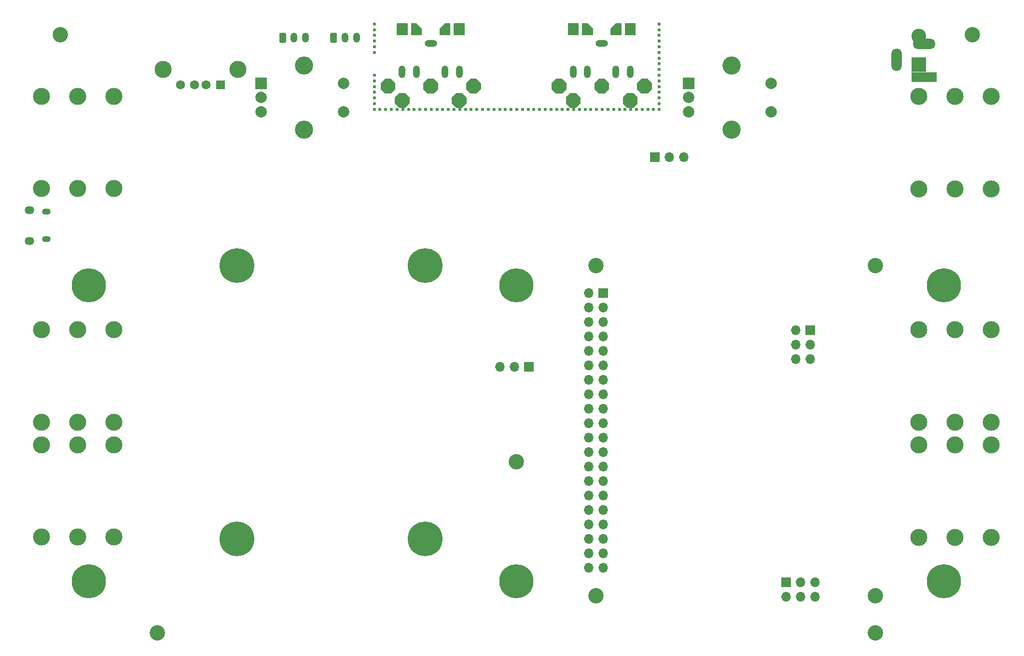
<source format=gbs>
G04 #@! TF.GenerationSoftware,KiCad,Pcbnew,8.0.4+1*
G04 #@! TF.CreationDate,2024-10-16T16:42:30+00:00*
G04 #@! TF.ProjectId,pedalboard-hw,70656461-6c62-46f6-9172-642d68772e6b,4.0.0*
G04 #@! TF.SameCoordinates,Original*
G04 #@! TF.FileFunction,Soldermask,Bot*
G04 #@! TF.FilePolarity,Negative*
%FSLAX46Y46*%
G04 Gerber Fmt 4.6, Leading zero omitted, Abs format (unit mm)*
G04 Created by KiCad (PCBNEW 8.0.4+1) date 2024-10-16 16:42:30*
%MOMM*%
%LPD*%
G01*
G04 APERTURE LIST*
%ADD10C,2.700000*%
%ADD11O,1.200000X2.200000*%
%ADD12O,2.200000X1.200000*%
%ADD13C,3.000000*%
%ADD14R,4.400000X1.800000*%
%ADD15O,4.000000X1.800000*%
%ADD16O,1.800000X4.000000*%
%ADD17R,2.600000X2.600000*%
%ADD18C,2.600000*%
%ADD19R,1.700000X1.700000*%
%ADD20O,1.700000X1.700000*%
%ADD21C,0.600000*%
%ADD22R,2.000000X2.000000*%
%ADD23C,2.000000*%
%ADD24C,3.200000*%
%ADD25O,1.700000X1.350000*%
%ADD26O,1.500000X1.100000*%
%ADD27R,1.600000X1.500000*%
%ADD28C,1.600000*%
%ADD29C,6.100000*%
%ADD30C,6.000000*%
%ADD31O,1.200000X1.750000*%
G04 APERTURE END LIST*
D10*
X149994385Y9494385D03*
D11*
X106994385Y101494385D03*
X104494385Y101494385D03*
D12*
X101994385Y106494385D03*
D11*
X96994385Y101494385D03*
X99494385Y101494385D03*
D13*
X10044385Y80994385D03*
X10044385Y97224385D03*
X3694385Y80994385D03*
X3694385Y97224385D03*
X16394385Y80994385D03*
X16394385Y97224385D03*
X10044385Y19794385D03*
X10044385Y36024385D03*
X3694385Y19794385D03*
X3694385Y36024385D03*
X16394385Y19794385D03*
X16394385Y36024385D03*
D14*
X158531585Y100605785D03*
D15*
X158531585Y106405785D03*
D16*
X153731585Y103605785D03*
D17*
X157631585Y102795785D03*
D18*
X157631585Y107795785D03*
D13*
X10044385Y39994385D03*
X10044385Y56224385D03*
X3694385Y39994385D03*
X3694385Y56224385D03*
X16394385Y39994385D03*
X16394385Y56224385D03*
X163944385Y35999385D03*
X163944385Y19769385D03*
X170294385Y35999385D03*
X170294385Y19769385D03*
X157594385Y35999385D03*
X157594385Y19769385D03*
D19*
X111309385Y86544385D03*
D20*
X113849385Y86544385D03*
X116389385Y86544385D03*
D10*
X100974385Y9474385D03*
D21*
X62094385Y109919385D03*
X62094385Y108919385D03*
X62094385Y107919385D03*
X62094385Y106919385D03*
X62094385Y105919385D03*
X62094385Y104919385D03*
X62094385Y100919385D03*
X62094385Y99919385D03*
X62094385Y98919385D03*
X62094385Y97919385D03*
X62094385Y96919385D03*
X62094385Y95919385D03*
X62094385Y94919385D03*
X63094385Y94919385D03*
X64094385Y94919385D03*
X65094385Y94919385D03*
X66094385Y94919385D03*
X67094385Y94919385D03*
X68094385Y94919385D03*
X69094385Y94919385D03*
X70094385Y94919385D03*
X71094385Y94919385D03*
X72094385Y94919385D03*
X73094385Y94919385D03*
X74094385Y94919385D03*
X75094385Y94919385D03*
X76094385Y94919385D03*
X77094385Y94919385D03*
X78094385Y94919385D03*
X79094385Y94919385D03*
X80094385Y94919385D03*
X81094385Y94919385D03*
X82094385Y94919385D03*
X83094385Y94919385D03*
X84094385Y94919385D03*
X85094385Y94919385D03*
X86094385Y94919385D03*
X87094385Y94919385D03*
X88094385Y94919385D03*
X89094385Y94919385D03*
X90094385Y94919385D03*
X91094385Y94919385D03*
X92094385Y94919385D03*
X93094385Y94919385D03*
X94094385Y94919385D03*
X95094385Y94919385D03*
X96094385Y94919385D03*
X97094385Y94919385D03*
X98094385Y94919385D03*
X99094385Y94919385D03*
X100094385Y94919385D03*
X101094385Y94919385D03*
X102094385Y94919385D03*
X103094385Y94919385D03*
X104094385Y94919385D03*
X105094385Y94919385D03*
X106094385Y94919385D03*
X107094385Y94919385D03*
X108094385Y94919385D03*
X109094385Y94919385D03*
X110094385Y94919385D03*
X111094385Y94919385D03*
X112094385Y109919385D03*
X112094385Y108919385D03*
X112094385Y107919385D03*
X112094385Y106919385D03*
X112094385Y105919385D03*
X112094385Y104919385D03*
X112094385Y103919385D03*
X112094385Y102919385D03*
X112094385Y101919385D03*
X112094385Y100919385D03*
X112094385Y99919385D03*
X112094385Y98919385D03*
X112094385Y97919385D03*
X112094385Y96919385D03*
X112094385Y95919385D03*
X112094385Y94919385D03*
D10*
X6994385Y107994385D03*
D13*
X163959385Y97194385D03*
X163959385Y80964385D03*
X170309385Y97194385D03*
X170309385Y80964385D03*
X157609385Y97194385D03*
X157609385Y80964385D03*
D10*
X149994385Y67494385D03*
G36*
X93940697Y97708464D02*
G01*
X93208464Y98440697D01*
X93193585Y98476618D01*
X93193585Y99512152D01*
X93208464Y99548073D01*
X93940697Y100280306D01*
X93976618Y100295185D01*
X95012152Y100295185D01*
X95048073Y100280306D01*
X95780306Y99548073D01*
X95795185Y99512152D01*
X95795185Y98476618D01*
X95780306Y98440697D01*
X95048073Y97708464D01*
X95012152Y97693585D01*
X93976618Y97693585D01*
X93940697Y97708464D01*
G37*
G36*
X103280306Y98440697D02*
G01*
X102548073Y97708464D01*
X102512152Y97693585D01*
X101476618Y97693585D01*
X101440697Y97708464D01*
X100708464Y98440697D01*
X100693585Y98476618D01*
X100693585Y99512152D01*
X100708464Y99548073D01*
X101440697Y100280306D01*
X101476618Y100295185D01*
X102512152Y100295185D01*
X102548073Y100280306D01*
X103280306Y99548073D01*
X103295185Y99512152D01*
X103295185Y98476618D01*
X103280306Y98440697D01*
G37*
G36*
X108940697Y97708464D02*
G01*
X108208464Y98440697D01*
X108193585Y98476618D01*
X108193585Y99512152D01*
X108208464Y99548073D01*
X108940697Y100280306D01*
X108976618Y100295185D01*
X110012152Y100295185D01*
X110048073Y100280306D01*
X110780306Y99548073D01*
X110795185Y99512152D01*
X110795185Y98476618D01*
X110780306Y98440697D01*
X110048073Y97708464D01*
X110012152Y97693585D01*
X108976618Y97693585D01*
X108940697Y97708464D01*
G37*
G36*
X96440697Y95208464D02*
G01*
X95708464Y95940697D01*
X95693585Y95976618D01*
X95693585Y97012152D01*
X95708464Y97048073D01*
X96440697Y97780306D01*
X96476618Y97795185D01*
X97512152Y97795185D01*
X97548073Y97780306D01*
X98280306Y97048073D01*
X98295185Y97012152D01*
X98295185Y95976618D01*
X98280306Y95940697D01*
X97548073Y95208464D01*
X97512152Y95193585D01*
X96476618Y95193585D01*
X96440697Y95208464D01*
G37*
G36*
X106440697Y95208464D02*
G01*
X105708464Y95940697D01*
X105693585Y95976618D01*
X105693585Y97012152D01*
X105708464Y97048073D01*
X106440697Y97780306D01*
X106476618Y97795185D01*
X107512152Y97795185D01*
X107548073Y97780306D01*
X108280306Y97048073D01*
X108295185Y97012152D01*
X108295185Y95976618D01*
X108280306Y95940697D01*
X107548073Y95208464D01*
X107512152Y95193585D01*
X106476618Y95193585D01*
X106440697Y95208464D01*
G37*
G36*
X103558464Y107958464D02*
G01*
X103543585Y107994385D01*
X103543585Y109094385D01*
X103558464Y109130306D01*
X104458464Y110030306D01*
X104494385Y110045185D01*
X105394385Y110045185D01*
X105430306Y110030306D01*
X105445185Y109994385D01*
X105445185Y107994385D01*
X105430306Y107958464D01*
X105394385Y107943585D01*
X103594385Y107943585D01*
X103558464Y107958464D01*
G37*
G36*
G01*
X107945185Y109994385D02*
X107945185Y107994385D01*
G75*
G02*
X107894385Y107943585I-50800J0D01*
G01*
X106094385Y107943585D01*
G75*
G02*
X106043585Y107994385I0J50800D01*
G01*
X106043585Y109994385D01*
G75*
G02*
X106094385Y110045185I50800J0D01*
G01*
X107894385Y110045185D01*
G75*
G02*
X107945185Y109994385I0J-50800D01*
G01*
G37*
G36*
G01*
X97945185Y109994385D02*
X97945185Y107994385D01*
G75*
G02*
X97894385Y107943585I-50800J0D01*
G01*
X96094385Y107943585D01*
G75*
G02*
X96043585Y107994385I0J50800D01*
G01*
X96043585Y109994385D01*
G75*
G02*
X96094385Y110045185I50800J0D01*
G01*
X97894385Y110045185D01*
G75*
G02*
X97945185Y109994385I0J-50800D01*
G01*
G37*
G36*
X98558464Y107958464D02*
G01*
X98543585Y107994385D01*
X98543585Y109994385D01*
X98558464Y110030306D01*
X98594385Y110045185D01*
X99494385Y110045185D01*
X99530306Y110030306D01*
X100430306Y109130306D01*
X100445185Y109094385D01*
X100445185Y107994385D01*
X100430306Y107958464D01*
X100394385Y107943585D01*
X98594385Y107943585D01*
X98558464Y107958464D01*
G37*
X100994385Y67494385D03*
D22*
X42244385Y99494385D03*
D23*
X42244385Y94494385D03*
X42244385Y96994385D03*
D24*
X49744385Y102594385D03*
X49744385Y91394385D03*
D23*
X56744385Y94494385D03*
X56744385Y99494385D03*
D10*
X149994385Y2994385D03*
D19*
X89219385Y49694385D03*
D20*
X86679385Y49694385D03*
X84139385Y49694385D03*
D13*
X163944385Y56214385D03*
X163944385Y39984385D03*
X170294385Y56214385D03*
X170294385Y39984385D03*
X157594385Y56214385D03*
X157594385Y39984385D03*
D25*
X1549385Y77249385D03*
D26*
X4549385Y76939385D03*
X4549385Y72099385D03*
D25*
X1549385Y71789385D03*
D27*
X35074385Y99244385D03*
D28*
X32574385Y99244385D03*
X30574385Y99244385D03*
X28074385Y99244385D03*
D13*
X38144385Y101954385D03*
X25004385Y101954385D03*
D29*
X70994385Y19494385D03*
X70994385Y67494385D03*
X37994385Y19494385D03*
X37994385Y67494385D03*
D10*
X23994385Y2994385D03*
X167000000Y108000000D03*
D22*
X117244385Y99494385D03*
D23*
X117244385Y94494385D03*
X117244385Y96994385D03*
D24*
X124744385Y102594385D03*
X124744385Y91394385D03*
D23*
X131744385Y94494385D03*
X131744385Y99494385D03*
D10*
X86994385Y32994385D03*
G36*
X63940697Y97708464D02*
G01*
X63208464Y98440697D01*
X63193585Y98476618D01*
X63193585Y99512152D01*
X63208464Y99548073D01*
X63940697Y100280306D01*
X63976618Y100295185D01*
X65012152Y100295185D01*
X65048073Y100280306D01*
X65780306Y99548073D01*
X65795185Y99512152D01*
X65795185Y98476618D01*
X65780306Y98440697D01*
X65048073Y97708464D01*
X65012152Y97693585D01*
X63976618Y97693585D01*
X63940697Y97708464D01*
G37*
G36*
X73280306Y98440697D02*
G01*
X72548073Y97708464D01*
X72512152Y97693585D01*
X71476618Y97693585D01*
X71440697Y97708464D01*
X70708464Y98440697D01*
X70693585Y98476618D01*
X70693585Y99512152D01*
X70708464Y99548073D01*
X71440697Y100280306D01*
X71476618Y100295185D01*
X72512152Y100295185D01*
X72548073Y100280306D01*
X73280306Y99548073D01*
X73295185Y99512152D01*
X73295185Y98476618D01*
X73280306Y98440697D01*
G37*
G36*
X78940697Y97708464D02*
G01*
X78208464Y98440697D01*
X78193585Y98476618D01*
X78193585Y99512152D01*
X78208464Y99548073D01*
X78940697Y100280306D01*
X78976618Y100295185D01*
X80012152Y100295185D01*
X80048073Y100280306D01*
X80780306Y99548073D01*
X80795185Y99512152D01*
X80795185Y98476618D01*
X80780306Y98440697D01*
X80048073Y97708464D01*
X80012152Y97693585D01*
X78976618Y97693585D01*
X78940697Y97708464D01*
G37*
G36*
X66440697Y95208464D02*
G01*
X65708464Y95940697D01*
X65693585Y95976618D01*
X65693585Y97012152D01*
X65708464Y97048073D01*
X66440697Y97780306D01*
X66476618Y97795185D01*
X67512152Y97795185D01*
X67548073Y97780306D01*
X68280306Y97048073D01*
X68295185Y97012152D01*
X68295185Y95976618D01*
X68280306Y95940697D01*
X67548073Y95208464D01*
X67512152Y95193585D01*
X66476618Y95193585D01*
X66440697Y95208464D01*
G37*
G36*
X76440697Y95208464D02*
G01*
X75708464Y95940697D01*
X75693585Y95976618D01*
X75693585Y97012152D01*
X75708464Y97048073D01*
X76440697Y97780306D01*
X76476618Y97795185D01*
X77512152Y97795185D01*
X77548073Y97780306D01*
X78280306Y97048073D01*
X78295185Y97012152D01*
X78295185Y95976618D01*
X78280306Y95940697D01*
X77548073Y95208464D01*
X77512152Y95193585D01*
X76476618Y95193585D01*
X76440697Y95208464D01*
G37*
G36*
X73558464Y107958464D02*
G01*
X73543585Y107994385D01*
X73543585Y109094385D01*
X73558464Y109130306D01*
X74458464Y110030306D01*
X74494385Y110045185D01*
X75394385Y110045185D01*
X75430306Y110030306D01*
X75445185Y109994385D01*
X75445185Y107994385D01*
X75430306Y107958464D01*
X75394385Y107943585D01*
X73594385Y107943585D01*
X73558464Y107958464D01*
G37*
G36*
G01*
X77945185Y109994385D02*
X77945185Y107994385D01*
G75*
G02*
X77894385Y107943585I-50800J0D01*
G01*
X76094385Y107943585D01*
G75*
G02*
X76043585Y107994385I0J50800D01*
G01*
X76043585Y109994385D01*
G75*
G02*
X76094385Y110045185I50800J0D01*
G01*
X77894385Y110045185D01*
G75*
G02*
X77945185Y109994385I0J-50800D01*
G01*
G37*
G36*
G01*
X67945185Y109994385D02*
X67945185Y107994385D01*
G75*
G02*
X67894385Y107943585I-50800J0D01*
G01*
X66094385Y107943585D01*
G75*
G02*
X66043585Y107994385I0J50800D01*
G01*
X66043585Y109994385D01*
G75*
G02*
X66094385Y110045185I50800J0D01*
G01*
X67894385Y110045185D01*
G75*
G02*
X67945185Y109994385I0J-50800D01*
G01*
G37*
G36*
X68558464Y107958464D02*
G01*
X68543585Y107994385D01*
X68543585Y109994385D01*
X68558464Y110030306D01*
X68594385Y110045185D01*
X69494385Y110045185D01*
X69530306Y110030306D01*
X70430306Y109130306D01*
X70445185Y109094385D01*
X70445185Y107994385D01*
X70430306Y107958464D01*
X70394385Y107943585D01*
X68594385Y107943585D01*
X68558464Y107958464D01*
G37*
D11*
X76988885Y101494385D03*
X74488885Y101494385D03*
D12*
X71988885Y106494385D03*
D11*
X66988885Y101494385D03*
X69488885Y101494385D03*
D30*
X11994385Y11994385D03*
X86994385Y63994385D03*
X11994385Y63994385D03*
X161994385Y63994385D03*
X86994385Y11994385D03*
G36*
G01*
X54354385Y106879385D02*
X54354385Y108129385D01*
G75*
G02*
X54604385Y108379385I250000J0D01*
G01*
X55304385Y108379385D01*
G75*
G02*
X55554385Y108129385I0J-250000D01*
G01*
X55554385Y106879385D01*
G75*
G02*
X55304385Y106629385I-250000J0D01*
G01*
X54604385Y106629385D01*
G75*
G02*
X54354385Y106879385I0J250000D01*
G01*
G37*
D31*
X56954385Y107504385D03*
X58954385Y107504385D03*
D30*
X161994385Y11994385D03*
D19*
X102244385Y62618785D03*
D20*
X99704385Y62618785D03*
X102244385Y60078785D03*
X99704385Y60078785D03*
X102244385Y57538785D03*
X99704385Y57538785D03*
X102244385Y54998785D03*
X99704385Y54998785D03*
X102244385Y52458785D03*
X99704385Y52458785D03*
X102244385Y49918785D03*
X99704385Y49918785D03*
X102244385Y47378785D03*
X99704385Y47378785D03*
X102244385Y44838785D03*
X99704385Y44838785D03*
X102244385Y42298785D03*
X99704385Y42298785D03*
X102244385Y39758785D03*
X99704385Y39758785D03*
X102244385Y37218785D03*
X99704385Y37218785D03*
X102244385Y34678785D03*
X99704385Y34678785D03*
X102244385Y32138785D03*
X99704385Y32138785D03*
X102244385Y29598785D03*
X99704385Y29598785D03*
X102244385Y27058785D03*
X99704385Y27058785D03*
X102244385Y24518785D03*
X99704385Y24518785D03*
X102244385Y21978785D03*
X99704385Y21978785D03*
X102244385Y19438785D03*
X99704385Y19438785D03*
X102244385Y16898785D03*
X99704385Y16898785D03*
X102244385Y14358785D03*
X99704385Y14358785D03*
D19*
X138549385Y56148785D03*
D20*
X136009385Y56148785D03*
X138549385Y53608785D03*
X136009385Y53608785D03*
X138549385Y51068785D03*
X136009385Y51068785D03*
D19*
X134374385Y11843785D03*
D20*
X134374385Y9303785D03*
X136914385Y11843785D03*
X136914385Y9303785D03*
X139454385Y11843785D03*
X139454385Y9303785D03*
G36*
G01*
X45424385Y106869385D02*
X45424385Y108119385D01*
G75*
G02*
X45674385Y108369385I250000J0D01*
G01*
X46374385Y108369385D01*
G75*
G02*
X46624385Y108119385I0J-250000D01*
G01*
X46624385Y106869385D01*
G75*
G02*
X46374385Y106619385I-250000J0D01*
G01*
X45674385Y106619385D01*
G75*
G02*
X45424385Y106869385I0J250000D01*
G01*
G37*
D31*
X48024385Y107494385D03*
X50024385Y107494385D03*
M02*

</source>
